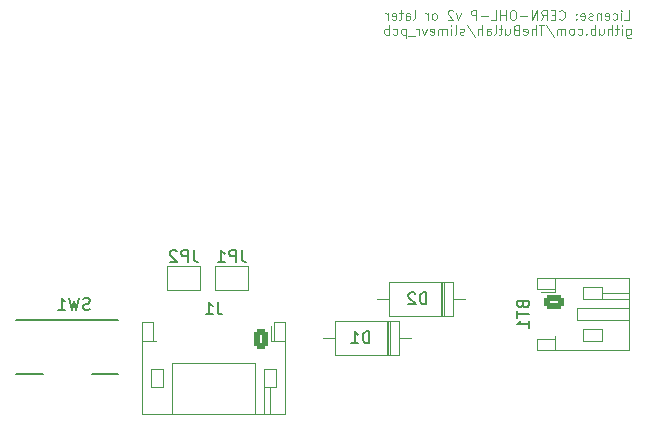
<source format=gbo>
%TF.GenerationSoftware,KiCad,Pcbnew,(6.0.2)*%
%TF.CreationDate,2022-02-27T07:15:14-05:00*%
%TF.ProjectId,breakout_slime,62726561-6b6f-4757-945f-736c696d652e,0.1*%
%TF.SameCoordinates,Original*%
%TF.FileFunction,Legend,Bot*%
%TF.FilePolarity,Positive*%
%FSLAX46Y46*%
G04 Gerber Fmt 4.6, Leading zero omitted, Abs format (unit mm)*
G04 Created by KiCad (PCBNEW (6.0.2)) date 2022-02-27 07:15:14*
%MOMM*%
%LPD*%
G01*
G04 APERTURE LIST*
G04 Aperture macros list*
%AMRoundRect*
0 Rectangle with rounded corners*
0 $1 Rounding radius*
0 $2 $3 $4 $5 $6 $7 $8 $9 X,Y pos of 4 corners*
0 Add a 4 corners polygon primitive as box body*
4,1,4,$2,$3,$4,$5,$6,$7,$8,$9,$2,$3,0*
0 Add four circle primitives for the rounded corners*
1,1,$1+$1,$2,$3*
1,1,$1+$1,$4,$5*
1,1,$1+$1,$6,$7*
1,1,$1+$1,$8,$9*
0 Add four rect primitives between the rounded corners*
20,1,$1+$1,$2,$3,$4,$5,0*
20,1,$1+$1,$4,$5,$6,$7,0*
20,1,$1+$1,$6,$7,$8,$9,0*
20,1,$1+$1,$8,$9,$2,$3,0*%
G04 Aperture macros list end*
%ADD10C,0.125000*%
%ADD11C,0.150000*%
%ADD12C,0.120000*%
%ADD13C,1.600000*%
%ADD14O,1.600000X1.600000*%
%ADD15C,1.651000*%
%ADD16R,1.651000X1.651000*%
%ADD17R,2.000000X2.000000*%
%ADD18O,2.000000X1.600000*%
%ADD19R,2.200000X2.200000*%
%ADD20O,2.200000X2.200000*%
%ADD21R,1.000000X1.500000*%
%ADD22RoundRect,0.250000X0.350000X0.625000X-0.350000X0.625000X-0.350000X-0.625000X0.350000X-0.625000X0*%
%ADD23O,1.200000X1.750000*%
%ADD24O,2.200000X3.500000*%
%ADD25R,1.500000X2.500000*%
%ADD26O,1.500000X2.500000*%
%ADD27RoundRect,0.250000X-0.625000X0.350000X-0.625000X-0.350000X0.625000X-0.350000X0.625000X0.350000X0*%
%ADD28O,1.750000X1.200000*%
G04 APERTURE END LIST*
D10*
X101942234Y-33100424D02*
X102323186Y-33100424D01*
X102323186Y-32300424D01*
X101675567Y-33100424D02*
X101675567Y-32567091D01*
X101675567Y-32300424D02*
X101713662Y-32338520D01*
X101675567Y-32376615D01*
X101637472Y-32338520D01*
X101675567Y-32300424D01*
X101675567Y-32376615D01*
X100951758Y-33062329D02*
X101027948Y-33100424D01*
X101180329Y-33100424D01*
X101256520Y-33062329D01*
X101294615Y-33024234D01*
X101332710Y-32948043D01*
X101332710Y-32719472D01*
X101294615Y-32643281D01*
X101256520Y-32605186D01*
X101180329Y-32567091D01*
X101027948Y-32567091D01*
X100951758Y-32605186D01*
X100304139Y-33062329D02*
X100380329Y-33100424D01*
X100532710Y-33100424D01*
X100608900Y-33062329D01*
X100646996Y-32986139D01*
X100646996Y-32681377D01*
X100608900Y-32605186D01*
X100532710Y-32567091D01*
X100380329Y-32567091D01*
X100304139Y-32605186D01*
X100266043Y-32681377D01*
X100266043Y-32757567D01*
X100646996Y-32833758D01*
X99923186Y-32567091D02*
X99923186Y-33100424D01*
X99923186Y-32643281D02*
X99885091Y-32605186D01*
X99808900Y-32567091D01*
X99694615Y-32567091D01*
X99618424Y-32605186D01*
X99580329Y-32681377D01*
X99580329Y-33100424D01*
X99237472Y-33062329D02*
X99161281Y-33100424D01*
X99008900Y-33100424D01*
X98932710Y-33062329D01*
X98894615Y-32986139D01*
X98894615Y-32948043D01*
X98932710Y-32871853D01*
X99008900Y-32833758D01*
X99123186Y-32833758D01*
X99199377Y-32795662D01*
X99237472Y-32719472D01*
X99237472Y-32681377D01*
X99199377Y-32605186D01*
X99123186Y-32567091D01*
X99008900Y-32567091D01*
X98932710Y-32605186D01*
X98246996Y-33062329D02*
X98323186Y-33100424D01*
X98475567Y-33100424D01*
X98551758Y-33062329D01*
X98589853Y-32986139D01*
X98589853Y-32681377D01*
X98551758Y-32605186D01*
X98475567Y-32567091D01*
X98323186Y-32567091D01*
X98246996Y-32605186D01*
X98208900Y-32681377D01*
X98208900Y-32757567D01*
X98589853Y-32833758D01*
X97866043Y-33024234D02*
X97827948Y-33062329D01*
X97866043Y-33100424D01*
X97904139Y-33062329D01*
X97866043Y-33024234D01*
X97866043Y-33100424D01*
X97866043Y-32605186D02*
X97827948Y-32643281D01*
X97866043Y-32681377D01*
X97904139Y-32643281D01*
X97866043Y-32605186D01*
X97866043Y-32681377D01*
X96418424Y-33024234D02*
X96456520Y-33062329D01*
X96570805Y-33100424D01*
X96646996Y-33100424D01*
X96761281Y-33062329D01*
X96837472Y-32986139D01*
X96875567Y-32909948D01*
X96913662Y-32757567D01*
X96913662Y-32643281D01*
X96875567Y-32490900D01*
X96837472Y-32414710D01*
X96761281Y-32338520D01*
X96646996Y-32300424D01*
X96570805Y-32300424D01*
X96456520Y-32338520D01*
X96418424Y-32376615D01*
X96075567Y-32681377D02*
X95808900Y-32681377D01*
X95694615Y-33100424D02*
X96075567Y-33100424D01*
X96075567Y-32300424D01*
X95694615Y-32300424D01*
X94894615Y-33100424D02*
X95161281Y-32719472D01*
X95351758Y-33100424D02*
X95351758Y-32300424D01*
X95046996Y-32300424D01*
X94970805Y-32338520D01*
X94932710Y-32376615D01*
X94894615Y-32452805D01*
X94894615Y-32567091D01*
X94932710Y-32643281D01*
X94970805Y-32681377D01*
X95046996Y-32719472D01*
X95351758Y-32719472D01*
X94551758Y-33100424D02*
X94551758Y-32300424D01*
X94094615Y-33100424D01*
X94094615Y-32300424D01*
X93713662Y-32795662D02*
X93104139Y-32795662D01*
X92570805Y-32300424D02*
X92418424Y-32300424D01*
X92342234Y-32338520D01*
X92266043Y-32414710D01*
X92227948Y-32567091D01*
X92227948Y-32833758D01*
X92266043Y-32986139D01*
X92342234Y-33062329D01*
X92418424Y-33100424D01*
X92570805Y-33100424D01*
X92646996Y-33062329D01*
X92723186Y-32986139D01*
X92761281Y-32833758D01*
X92761281Y-32567091D01*
X92723186Y-32414710D01*
X92646996Y-32338520D01*
X92570805Y-32300424D01*
X91885091Y-33100424D02*
X91885091Y-32300424D01*
X91885091Y-32681377D02*
X91427948Y-32681377D01*
X91427948Y-33100424D02*
X91427948Y-32300424D01*
X90666043Y-33100424D02*
X91046996Y-33100424D01*
X91046996Y-32300424D01*
X90399377Y-32795662D02*
X89789853Y-32795662D01*
X89408900Y-33100424D02*
X89408900Y-32300424D01*
X89104139Y-32300424D01*
X89027948Y-32338520D01*
X88989853Y-32376615D01*
X88951758Y-32452805D01*
X88951758Y-32567091D01*
X88989853Y-32643281D01*
X89027948Y-32681377D01*
X89104139Y-32719472D01*
X89408900Y-32719472D01*
X88075567Y-32567091D02*
X87885091Y-33100424D01*
X87694615Y-32567091D01*
X87427948Y-32376615D02*
X87389853Y-32338520D01*
X87313662Y-32300424D01*
X87123186Y-32300424D01*
X87046996Y-32338520D01*
X87008900Y-32376615D01*
X86970805Y-32452805D01*
X86970805Y-32528996D01*
X87008900Y-32643281D01*
X87466043Y-33100424D01*
X86970805Y-33100424D01*
X85904139Y-33100424D02*
X85980329Y-33062329D01*
X86018424Y-33024234D01*
X86056520Y-32948043D01*
X86056520Y-32719472D01*
X86018424Y-32643281D01*
X85980329Y-32605186D01*
X85904139Y-32567091D01*
X85789853Y-32567091D01*
X85713662Y-32605186D01*
X85675567Y-32643281D01*
X85637472Y-32719472D01*
X85637472Y-32948043D01*
X85675567Y-33024234D01*
X85713662Y-33062329D01*
X85789853Y-33100424D01*
X85904139Y-33100424D01*
X85294615Y-33100424D02*
X85294615Y-32567091D01*
X85294615Y-32719472D02*
X85256520Y-32643281D01*
X85218424Y-32605186D01*
X85142234Y-32567091D01*
X85066043Y-32567091D01*
X84075567Y-33100424D02*
X84151758Y-33062329D01*
X84189853Y-32986139D01*
X84189853Y-32300424D01*
X83427948Y-33100424D02*
X83427948Y-32681377D01*
X83466043Y-32605186D01*
X83542234Y-32567091D01*
X83694615Y-32567091D01*
X83770805Y-32605186D01*
X83427948Y-33062329D02*
X83504139Y-33100424D01*
X83694615Y-33100424D01*
X83770805Y-33062329D01*
X83808900Y-32986139D01*
X83808900Y-32909948D01*
X83770805Y-32833758D01*
X83694615Y-32795662D01*
X83504139Y-32795662D01*
X83427948Y-32757567D01*
X83161281Y-32567091D02*
X82856520Y-32567091D01*
X83046996Y-32300424D02*
X83046996Y-32986139D01*
X83008900Y-33062329D01*
X82932710Y-33100424D01*
X82856520Y-33100424D01*
X82285091Y-33062329D02*
X82361281Y-33100424D01*
X82513662Y-33100424D01*
X82589853Y-33062329D01*
X82627948Y-32986139D01*
X82627948Y-32681377D01*
X82589853Y-32605186D01*
X82513662Y-32567091D01*
X82361281Y-32567091D01*
X82285091Y-32605186D01*
X82246996Y-32681377D01*
X82246996Y-32757567D01*
X82627948Y-32833758D01*
X81904139Y-33100424D02*
X81904139Y-32567091D01*
X81904139Y-32719472D02*
X81866043Y-32643281D01*
X81827948Y-32605186D01*
X81751758Y-32567091D01*
X81675567Y-32567091D01*
X102113662Y-33855091D02*
X102113662Y-34502710D01*
X102151758Y-34578900D01*
X102189853Y-34616996D01*
X102266043Y-34655091D01*
X102380329Y-34655091D01*
X102456520Y-34616996D01*
X102113662Y-34350329D02*
X102189853Y-34388424D01*
X102342234Y-34388424D01*
X102418424Y-34350329D01*
X102456520Y-34312234D01*
X102494615Y-34236043D01*
X102494615Y-34007472D01*
X102456520Y-33931281D01*
X102418424Y-33893186D01*
X102342234Y-33855091D01*
X102189853Y-33855091D01*
X102113662Y-33893186D01*
X101732710Y-34388424D02*
X101732710Y-33855091D01*
X101732710Y-33588424D02*
X101770805Y-33626520D01*
X101732710Y-33664615D01*
X101694615Y-33626520D01*
X101732710Y-33588424D01*
X101732710Y-33664615D01*
X101466043Y-33855091D02*
X101161281Y-33855091D01*
X101351758Y-33588424D02*
X101351758Y-34274139D01*
X101313662Y-34350329D01*
X101237472Y-34388424D01*
X101161281Y-34388424D01*
X100894615Y-34388424D02*
X100894615Y-33588424D01*
X100551758Y-34388424D02*
X100551758Y-33969377D01*
X100589853Y-33893186D01*
X100666043Y-33855091D01*
X100780329Y-33855091D01*
X100856520Y-33893186D01*
X100894615Y-33931281D01*
X99827948Y-33855091D02*
X99827948Y-34388424D01*
X100170805Y-33855091D02*
X100170805Y-34274139D01*
X100132710Y-34350329D01*
X100056520Y-34388424D01*
X99942234Y-34388424D01*
X99866043Y-34350329D01*
X99827948Y-34312234D01*
X99446996Y-34388424D02*
X99446996Y-33588424D01*
X99446996Y-33893186D02*
X99370805Y-33855091D01*
X99218424Y-33855091D01*
X99142234Y-33893186D01*
X99104139Y-33931281D01*
X99066043Y-34007472D01*
X99066043Y-34236043D01*
X99104139Y-34312234D01*
X99142234Y-34350329D01*
X99218424Y-34388424D01*
X99370805Y-34388424D01*
X99446996Y-34350329D01*
X98723186Y-34312234D02*
X98685091Y-34350329D01*
X98723186Y-34388424D01*
X98761281Y-34350329D01*
X98723186Y-34312234D01*
X98723186Y-34388424D01*
X97999377Y-34350329D02*
X98075567Y-34388424D01*
X98227948Y-34388424D01*
X98304139Y-34350329D01*
X98342234Y-34312234D01*
X98380329Y-34236043D01*
X98380329Y-34007472D01*
X98342234Y-33931281D01*
X98304139Y-33893186D01*
X98227948Y-33855091D01*
X98075567Y-33855091D01*
X97999377Y-33893186D01*
X97542234Y-34388424D02*
X97618424Y-34350329D01*
X97656520Y-34312234D01*
X97694615Y-34236043D01*
X97694615Y-34007472D01*
X97656520Y-33931281D01*
X97618424Y-33893186D01*
X97542234Y-33855091D01*
X97427948Y-33855091D01*
X97351758Y-33893186D01*
X97313662Y-33931281D01*
X97275567Y-34007472D01*
X97275567Y-34236043D01*
X97313662Y-34312234D01*
X97351758Y-34350329D01*
X97427948Y-34388424D01*
X97542234Y-34388424D01*
X96932710Y-34388424D02*
X96932710Y-33855091D01*
X96932710Y-33931281D02*
X96894615Y-33893186D01*
X96818424Y-33855091D01*
X96704139Y-33855091D01*
X96627948Y-33893186D01*
X96589853Y-33969377D01*
X96589853Y-34388424D01*
X96589853Y-33969377D02*
X96551758Y-33893186D01*
X96475567Y-33855091D01*
X96361281Y-33855091D01*
X96285091Y-33893186D01*
X96246996Y-33969377D01*
X96246996Y-34388424D01*
X95294615Y-33550329D02*
X95980329Y-34578900D01*
X95142234Y-33588424D02*
X94685091Y-33588424D01*
X94913662Y-34388424D02*
X94913662Y-33588424D01*
X94418424Y-34388424D02*
X94418424Y-33588424D01*
X94075567Y-34388424D02*
X94075567Y-33969377D01*
X94113662Y-33893186D01*
X94189853Y-33855091D01*
X94304139Y-33855091D01*
X94380329Y-33893186D01*
X94418424Y-33931281D01*
X93389853Y-34350329D02*
X93466043Y-34388424D01*
X93618424Y-34388424D01*
X93694615Y-34350329D01*
X93732710Y-34274139D01*
X93732710Y-33969377D01*
X93694615Y-33893186D01*
X93618424Y-33855091D01*
X93466043Y-33855091D01*
X93389853Y-33893186D01*
X93351758Y-33969377D01*
X93351758Y-34045567D01*
X93732710Y-34121758D01*
X92742234Y-33969377D02*
X92627948Y-34007472D01*
X92589853Y-34045567D01*
X92551758Y-34121758D01*
X92551758Y-34236043D01*
X92589853Y-34312234D01*
X92627948Y-34350329D01*
X92704139Y-34388424D01*
X93008900Y-34388424D01*
X93008900Y-33588424D01*
X92742234Y-33588424D01*
X92666043Y-33626520D01*
X92627948Y-33664615D01*
X92589853Y-33740805D01*
X92589853Y-33816996D01*
X92627948Y-33893186D01*
X92666043Y-33931281D01*
X92742234Y-33969377D01*
X93008900Y-33969377D01*
X91866043Y-33855091D02*
X91866043Y-34388424D01*
X92208900Y-33855091D02*
X92208900Y-34274139D01*
X92170805Y-34350329D01*
X92094615Y-34388424D01*
X91980329Y-34388424D01*
X91904139Y-34350329D01*
X91866043Y-34312234D01*
X91599377Y-33855091D02*
X91294615Y-33855091D01*
X91485091Y-33588424D02*
X91485091Y-34274139D01*
X91446996Y-34350329D01*
X91370805Y-34388424D01*
X91294615Y-34388424D01*
X90913662Y-34388424D02*
X90989853Y-34350329D01*
X91027948Y-34274139D01*
X91027948Y-33588424D01*
X90266043Y-34388424D02*
X90266043Y-33969377D01*
X90304139Y-33893186D01*
X90380329Y-33855091D01*
X90532710Y-33855091D01*
X90608900Y-33893186D01*
X90266043Y-34350329D02*
X90342234Y-34388424D01*
X90532710Y-34388424D01*
X90608900Y-34350329D01*
X90646996Y-34274139D01*
X90646996Y-34197948D01*
X90608900Y-34121758D01*
X90532710Y-34083662D01*
X90342234Y-34083662D01*
X90266043Y-34045567D01*
X89885091Y-34388424D02*
X89885091Y-33588424D01*
X89542234Y-34388424D02*
X89542234Y-33969377D01*
X89580329Y-33893186D01*
X89656520Y-33855091D01*
X89770805Y-33855091D01*
X89846996Y-33893186D01*
X89885091Y-33931281D01*
X88589853Y-33550329D02*
X89275567Y-34578900D01*
X88361281Y-34350329D02*
X88285091Y-34388424D01*
X88132710Y-34388424D01*
X88056520Y-34350329D01*
X88018424Y-34274139D01*
X88018424Y-34236043D01*
X88056520Y-34159853D01*
X88132710Y-34121758D01*
X88246996Y-34121758D01*
X88323186Y-34083662D01*
X88361281Y-34007472D01*
X88361281Y-33969377D01*
X88323186Y-33893186D01*
X88246996Y-33855091D01*
X88132710Y-33855091D01*
X88056520Y-33893186D01*
X87561281Y-34388424D02*
X87637472Y-34350329D01*
X87675567Y-34274139D01*
X87675567Y-33588424D01*
X87256520Y-34388424D02*
X87256520Y-33855091D01*
X87256520Y-33588424D02*
X87294615Y-33626520D01*
X87256520Y-33664615D01*
X87218424Y-33626520D01*
X87256520Y-33588424D01*
X87256520Y-33664615D01*
X86875567Y-34388424D02*
X86875567Y-33855091D01*
X86875567Y-33931281D02*
X86837472Y-33893186D01*
X86761281Y-33855091D01*
X86646996Y-33855091D01*
X86570805Y-33893186D01*
X86532710Y-33969377D01*
X86532710Y-34388424D01*
X86532710Y-33969377D02*
X86494615Y-33893186D01*
X86418424Y-33855091D01*
X86304139Y-33855091D01*
X86227948Y-33893186D01*
X86189853Y-33969377D01*
X86189853Y-34388424D01*
X85504139Y-34350329D02*
X85580329Y-34388424D01*
X85732710Y-34388424D01*
X85808900Y-34350329D01*
X85846996Y-34274139D01*
X85846996Y-33969377D01*
X85808900Y-33893186D01*
X85732710Y-33855091D01*
X85580329Y-33855091D01*
X85504139Y-33893186D01*
X85466043Y-33969377D01*
X85466043Y-34045567D01*
X85846996Y-34121758D01*
X85199377Y-33855091D02*
X85008900Y-34388424D01*
X84818424Y-33855091D01*
X84513662Y-34388424D02*
X84513662Y-33855091D01*
X84513662Y-34007472D02*
X84475567Y-33931281D01*
X84437472Y-33893186D01*
X84361281Y-33855091D01*
X84285091Y-33855091D01*
X84208900Y-34464615D02*
X83599377Y-34464615D01*
X83408900Y-33855091D02*
X83408900Y-34655091D01*
X83408900Y-33893186D02*
X83332710Y-33855091D01*
X83180329Y-33855091D01*
X83104139Y-33893186D01*
X83066043Y-33931281D01*
X83027948Y-34007472D01*
X83027948Y-34236043D01*
X83066043Y-34312234D01*
X83104139Y-34350329D01*
X83180329Y-34388424D01*
X83332710Y-34388424D01*
X83408900Y-34350329D01*
X82342234Y-34350329D02*
X82418424Y-34388424D01*
X82570805Y-34388424D01*
X82646996Y-34350329D01*
X82685091Y-34312234D01*
X82723186Y-34236043D01*
X82723186Y-34007472D01*
X82685091Y-33931281D01*
X82646996Y-33893186D01*
X82570805Y-33855091D01*
X82418424Y-33855091D01*
X82342234Y-33893186D01*
X81999377Y-34388424D02*
X81999377Y-33588424D01*
X81999377Y-33893186D02*
X81923186Y-33855091D01*
X81770805Y-33855091D01*
X81694615Y-33893186D01*
X81656520Y-33931281D01*
X81618424Y-34007472D01*
X81618424Y-34236043D01*
X81656520Y-34312234D01*
X81694615Y-34350329D01*
X81770805Y-34388424D01*
X81923186Y-34388424D01*
X81999377Y-34350329D01*
D11*
%TO.C,D2*%
X85174615Y-57202900D02*
X85174615Y-56202900D01*
X84936520Y-56202900D01*
X84793662Y-56250520D01*
X84698424Y-56345758D01*
X84650805Y-56440996D01*
X84603186Y-56631472D01*
X84603186Y-56774329D01*
X84650805Y-56964805D01*
X84698424Y-57060043D01*
X84793662Y-57155281D01*
X84936520Y-57202900D01*
X85174615Y-57202900D01*
X84222234Y-56298139D02*
X84174615Y-56250520D01*
X84079377Y-56202900D01*
X83841281Y-56202900D01*
X83746043Y-56250520D01*
X83698424Y-56298139D01*
X83650805Y-56393377D01*
X83650805Y-56488615D01*
X83698424Y-56631472D01*
X84269853Y-57202900D01*
X83650805Y-57202900D01*
%TO.C,JP2*%
X65457853Y-52624900D02*
X65457853Y-53339186D01*
X65505472Y-53482043D01*
X65600710Y-53577281D01*
X65743567Y-53624900D01*
X65838805Y-53624900D01*
X64981662Y-53624900D02*
X64981662Y-52624900D01*
X64600710Y-52624900D01*
X64505472Y-52672520D01*
X64457853Y-52720139D01*
X64410234Y-52815377D01*
X64410234Y-52958234D01*
X64457853Y-53053472D01*
X64505472Y-53101091D01*
X64600710Y-53148710D01*
X64981662Y-53148710D01*
X64029281Y-52720139D02*
X63981662Y-52672520D01*
X63886424Y-52624900D01*
X63648329Y-52624900D01*
X63553091Y-52672520D01*
X63505472Y-52720139D01*
X63457853Y-52815377D01*
X63457853Y-52910615D01*
X63505472Y-53053472D01*
X64076900Y-53624900D01*
X63457853Y-53624900D01*
%TO.C,JP1*%
X69521853Y-52624900D02*
X69521853Y-53339186D01*
X69569472Y-53482043D01*
X69664710Y-53577281D01*
X69807567Y-53624900D01*
X69902805Y-53624900D01*
X69045662Y-53624900D02*
X69045662Y-52624900D01*
X68664710Y-52624900D01*
X68569472Y-52672520D01*
X68521853Y-52720139D01*
X68474234Y-52815377D01*
X68474234Y-52958234D01*
X68521853Y-53053472D01*
X68569472Y-53101091D01*
X68664710Y-53148710D01*
X69045662Y-53148710D01*
X67521853Y-53624900D02*
X68093281Y-53624900D01*
X67807567Y-53624900D02*
X67807567Y-52624900D01*
X67902805Y-52767758D01*
X67998043Y-52862996D01*
X68093281Y-52910615D01*
%TO.C,J1*%
X67497853Y-57044900D02*
X67497853Y-57759186D01*
X67545472Y-57902043D01*
X67640710Y-57997281D01*
X67783567Y-58044900D01*
X67878805Y-58044900D01*
X66497853Y-58044900D02*
X67069281Y-58044900D01*
X66783567Y-58044900D02*
X66783567Y-57044900D01*
X66878805Y-57187758D01*
X66974043Y-57282996D01*
X67069281Y-57330615D01*
%TO.C,D1*%
X80348615Y-60504900D02*
X80348615Y-59504900D01*
X80110520Y-59504900D01*
X79967662Y-59552520D01*
X79872424Y-59647758D01*
X79824805Y-59742996D01*
X79777186Y-59933472D01*
X79777186Y-60076329D01*
X79824805Y-60266805D01*
X79872424Y-60362043D01*
X79967662Y-60457281D01*
X80110520Y-60504900D01*
X80348615Y-60504900D01*
X78824805Y-60504900D02*
X79396234Y-60504900D01*
X79110520Y-60504900D02*
X79110520Y-59504900D01*
X79205758Y-59647758D01*
X79300996Y-59742996D01*
X79396234Y-59790615D01*
%TO.C,SW1*%
X56683853Y-57619281D02*
X56540996Y-57666900D01*
X56302900Y-57666900D01*
X56207662Y-57619281D01*
X56160043Y-57571662D01*
X56112424Y-57476424D01*
X56112424Y-57381186D01*
X56160043Y-57285948D01*
X56207662Y-57238329D01*
X56302900Y-57190710D01*
X56493377Y-57143091D01*
X56588615Y-57095472D01*
X56636234Y-57047853D01*
X56683853Y-56952615D01*
X56683853Y-56857377D01*
X56636234Y-56762139D01*
X56588615Y-56714520D01*
X56493377Y-56666900D01*
X56255281Y-56666900D01*
X56112424Y-56714520D01*
X55779091Y-56666900D02*
X55540996Y-57666900D01*
X55350520Y-56952615D01*
X55160043Y-57666900D01*
X54921948Y-56666900D01*
X54017186Y-57666900D02*
X54588615Y-57666900D01*
X54302900Y-57666900D02*
X54302900Y-56666900D01*
X54398139Y-56809758D01*
X54493377Y-56904996D01*
X54588615Y-56952615D01*
%TO.C,BT1*%
X93335091Y-57234805D02*
X93382710Y-57377662D01*
X93430329Y-57425281D01*
X93525567Y-57472900D01*
X93668424Y-57472900D01*
X93763662Y-57425281D01*
X93811281Y-57377662D01*
X93858900Y-57282424D01*
X93858900Y-56901472D01*
X92858900Y-56901472D01*
X92858900Y-57234805D01*
X92906520Y-57330043D01*
X92954139Y-57377662D01*
X93049377Y-57425281D01*
X93144615Y-57425281D01*
X93239853Y-57377662D01*
X93287472Y-57330043D01*
X93335091Y-57234805D01*
X93335091Y-56901472D01*
X92858900Y-57758615D02*
X92858900Y-58330043D01*
X93858900Y-58044329D02*
X92858900Y-58044329D01*
X93858900Y-59187186D02*
X93858900Y-58615758D01*
X93858900Y-58901472D02*
X92858900Y-58901472D01*
X93001758Y-58806234D01*
X93096996Y-58710996D01*
X93144615Y-58615758D01*
D12*
%TO.C,D2*%
X86390520Y-55280520D02*
X86390520Y-58220520D01*
X81970520Y-55280520D02*
X87410520Y-55280520D01*
X86510520Y-55280520D02*
X86510520Y-58220520D01*
X88430520Y-56750520D02*
X87410520Y-56750520D01*
X80950520Y-56750520D02*
X81970520Y-56750520D01*
X81970520Y-58220520D02*
X81970520Y-55280520D01*
X86630520Y-55280520D02*
X86630520Y-58220520D01*
X87410520Y-55280520D02*
X87410520Y-58220520D01*
X87410520Y-58220520D02*
X81970520Y-58220520D01*
%TO.C,JP2*%
X63224520Y-55972520D02*
X66024520Y-55972520D01*
X66024520Y-53972520D02*
X63224520Y-53972520D01*
X66024520Y-55972520D02*
X66024520Y-53972520D01*
X63224520Y-53972520D02*
X63224520Y-55972520D01*
%TO.C,JP1*%
X70088520Y-53972520D02*
X67288520Y-53972520D01*
X67288520Y-53972520D02*
X67288520Y-55972520D01*
X67288520Y-55972520D02*
X70088520Y-55972520D01*
X70088520Y-55972520D02*
X70088520Y-53972520D01*
%TO.C,J1*%
X61104520Y-66502520D02*
X61104520Y-58682520D01*
X62864520Y-62642520D02*
X61864520Y-62642520D01*
X71464520Y-62642520D02*
X72464520Y-62642520D01*
X71464520Y-64242520D02*
X71464520Y-62642520D01*
X72464520Y-62642520D02*
X72464520Y-64242520D01*
X72304520Y-60282520D02*
X72304520Y-58682520D01*
X73224520Y-58682520D02*
X73224520Y-66502520D01*
X73224520Y-60282520D02*
X72304520Y-60282520D01*
X62864520Y-64242520D02*
X62864520Y-62642520D01*
X70664520Y-66502520D02*
X70664520Y-62142520D01*
X61864520Y-62642520D02*
X61864520Y-64242520D01*
X70664520Y-62142520D02*
X63664520Y-62142520D01*
X72304520Y-58682520D02*
X73224520Y-58682520D01*
X71964520Y-64242520D02*
X71964520Y-66502520D01*
X72464520Y-64242520D02*
X71464520Y-64242520D01*
X72024520Y-60282520D02*
X72024520Y-59067520D01*
X63664520Y-62142520D02*
X63664520Y-66502520D01*
X61104520Y-58682520D02*
X62024520Y-58682520D01*
X73224520Y-66502520D02*
X61104520Y-66502520D01*
X71464520Y-64242520D02*
X71464520Y-66502520D01*
X62024520Y-60282520D02*
X62304520Y-60282520D01*
X61864520Y-64242520D02*
X62864520Y-64242520D01*
X72024520Y-60282520D02*
X72304520Y-60282520D01*
X62024520Y-58682520D02*
X62024520Y-60282520D01*
X61104520Y-60282520D02*
X62024520Y-60282520D01*
%TO.C,D1*%
X77398520Y-61522520D02*
X77398520Y-58582520D01*
X81818520Y-58582520D02*
X81818520Y-61522520D01*
X77398520Y-58582520D02*
X82838520Y-58582520D01*
X81938520Y-58582520D02*
X81938520Y-61522520D01*
X76378520Y-60052520D02*
X77398520Y-60052520D01*
X82838520Y-61522520D02*
X77398520Y-61522520D01*
X82058520Y-58582520D02*
X82058520Y-61522520D01*
X82838520Y-58582520D02*
X82838520Y-61522520D01*
X83858520Y-60052520D02*
X82838520Y-60052520D01*
D11*
%TO.C,SW1*%
X59050520Y-58514520D02*
X50450520Y-58514520D01*
X52750520Y-63114520D02*
X50450520Y-63114520D01*
X59050520Y-63114520D02*
X56850520Y-63114520D01*
D12*
%TO.C,BT1*%
X96096520Y-54960520D02*
X96096520Y-55880520D01*
X96096520Y-55880520D02*
X94496520Y-55880520D01*
X98456520Y-56720520D02*
X98456520Y-55720520D01*
X102316520Y-57520520D02*
X97956520Y-57520520D01*
X100056520Y-55720520D02*
X100056520Y-56720520D01*
X100056520Y-56720520D02*
X98456520Y-56720520D01*
X94496520Y-61080520D02*
X94496520Y-60160520D01*
X96096520Y-56160520D02*
X94881520Y-56160520D01*
X102316520Y-61080520D02*
X94496520Y-61080520D01*
X94496520Y-55880520D02*
X94496520Y-54960520D01*
X96096520Y-56160520D02*
X96096520Y-55880520D01*
X102316520Y-54960520D02*
X102316520Y-61080520D01*
X94496520Y-60160520D02*
X96096520Y-60160520D01*
X100056520Y-59320520D02*
X98456520Y-59320520D01*
X98456520Y-59320520D02*
X98456520Y-60320520D01*
X94496520Y-54960520D02*
X102316520Y-54960520D01*
X96096520Y-61080520D02*
X96096520Y-60160520D01*
X97956520Y-57520520D02*
X97956520Y-58520520D01*
X97956520Y-58520520D02*
X102316520Y-58520520D01*
X98456520Y-55720520D02*
X100056520Y-55720520D01*
X100056520Y-56220520D02*
X102316520Y-56220520D01*
X96096520Y-60160520D02*
X96096520Y-59880520D01*
X98456520Y-60320520D02*
X100056520Y-60320520D01*
X100056520Y-60320520D02*
X100056520Y-59320520D01*
X100056520Y-56720520D02*
X102316520Y-56720520D01*
%TD*%
%LPC*%
D13*
%TO.C,R1*%
X76816520Y-57258520D03*
D14*
X76816520Y-47098520D03*
%TD*%
D15*
%TO.C,U3*%
X89506048Y-62860980D03*
X102206048Y-62860980D03*
X92046048Y-62860980D03*
X99793048Y-62860980D03*
D16*
X79346048Y-62860980D03*
D15*
X81886048Y-62860980D03*
X84426048Y-62860980D03*
X86966048Y-62860980D03*
X94586048Y-62860980D03*
X97126048Y-62860980D03*
%TD*%
D17*
%TO.C,U2*%
X50631520Y-38208520D03*
D18*
X50631520Y-40748520D03*
X50631520Y-43288520D03*
X50631520Y-45828520D03*
X50631520Y-48368520D03*
X50631520Y-50908520D03*
X50631520Y-53448520D03*
X50631520Y-55988520D03*
X73491520Y-55988520D03*
X73491520Y-53448520D03*
X73491520Y-50908520D03*
X73491520Y-48368520D03*
X73491520Y-45828520D03*
X73491520Y-43288520D03*
X73491520Y-40748520D03*
X73491520Y-38208520D03*
%TD*%
D17*
%TO.C,U1*%
X101641026Y-44670590D03*
X101641026Y-30700590D03*
X78781026Y-30700590D03*
X78781026Y-33748590D03*
X78781026Y-41622590D03*
X78781026Y-44670590D03*
%TD*%
D19*
%TO.C,D2*%
X89770520Y-56750520D03*
D20*
X79610520Y-56750520D03*
%TD*%
D21*
%TO.C,JP2*%
X65274520Y-54972520D03*
X63974520Y-54972520D03*
%TD*%
%TO.C,JP1*%
X69338520Y-54972520D03*
X68038520Y-54972520D03*
%TD*%
D22*
%TO.C,J1*%
X71164520Y-60142520D03*
D23*
X69164520Y-60142520D03*
X67164520Y-60142520D03*
X65164520Y-60142520D03*
X63164520Y-60142520D03*
%TD*%
D19*
%TO.C,D1*%
X85198520Y-60052520D03*
D20*
X75038520Y-60052520D03*
%TD*%
D24*
%TO.C,SW1*%
X58850520Y-60814520D03*
X50650520Y-60814520D03*
D25*
X56750520Y-60814520D03*
D26*
X54750520Y-60814520D03*
X52750520Y-60814520D03*
%TD*%
D27*
%TO.C,BT1*%
X95956520Y-57020520D03*
D28*
X95956520Y-59020520D03*
%TD*%
M02*

</source>
